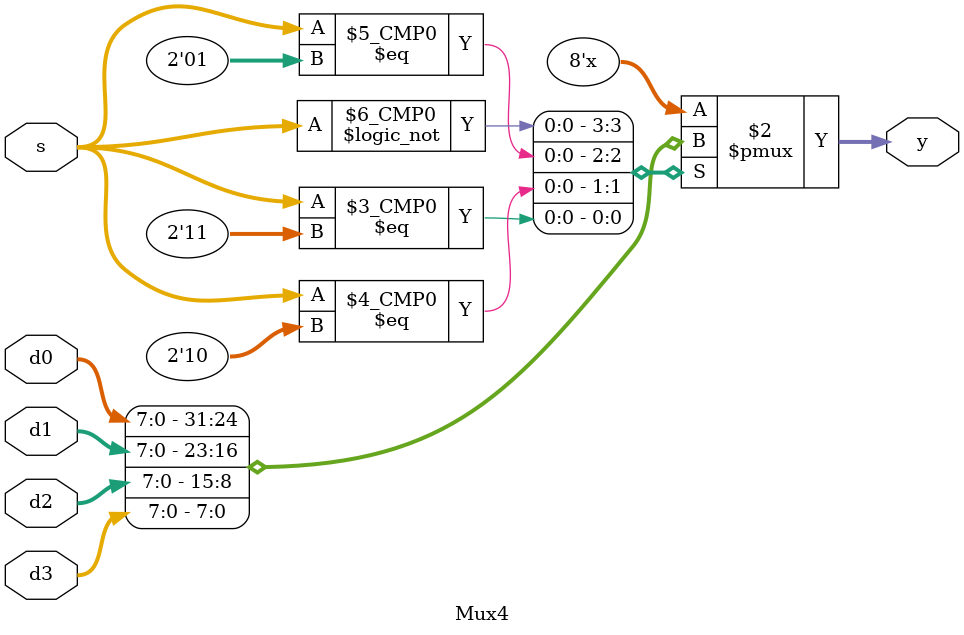
<source format=sv>
/**
 * 4入力セレクタ
 */
module Mux4
  #(parameter WIDTH = 8)
   (input logic [WIDTH - 1:0] d0, d1, d2, d3, // 入力値0, 1, 2, 3
    input logic [1:0] 	       s,	      // 選択値
    output logic [WIDTH - 1:0] y);	      // 出力値

   always_comb
     case (s)
       2'b00: y = d0;
       2'b01: y = d1;
       2'b10: y = d2;
       2'b11: y = d3;
     endcase // case (s)

endmodule // Mux4

</source>
